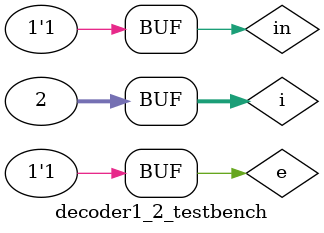
<source format=sv>
`timescale 1ps/1ps
module decoder1_2 #(parameter delay = 50) (out,in,e);
	output logic[1:0] out;
	input logic in;
	input logic e;
	logic inn;
	
	not #delay n0(inn,in);
	
	and #delay a0(out[0],inn,e); //out
	and #delay a1(out[1],in,e);
endmodule

module decoder1_2_testbench(); 
	logic in;
	logic e; 
	logic [1:0] out; 
	
	decoder1_2 dut(.out, .in, .e);
	
	integer i; 
	initial begin 
		e=0;
		#10 e=1;
		for(i=0; i<2; i++) begin 
			in =i; #50; 
		end
	end 
endmodule 

</source>
